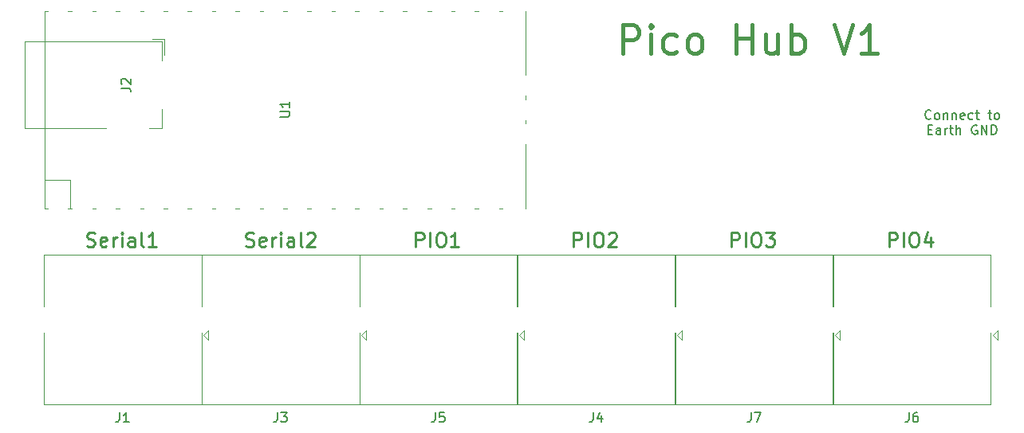
<source format=gto>
%TF.GenerationSoftware,KiCad,Pcbnew,7.0.1*%
%TF.CreationDate,2023-11-21T14:19:22-06:00*%
%TF.ProjectId,Pico Hub V1,5069636f-2048-4756-9220-56312e6b6963,rev?*%
%TF.SameCoordinates,Original*%
%TF.FileFunction,Legend,Top*%
%TF.FilePolarity,Positive*%
%FSLAX46Y46*%
G04 Gerber Fmt 4.6, Leading zero omitted, Abs format (unit mm)*
G04 Created by KiCad (PCBNEW 7.0.1) date 2023-11-21 14:19:22*
%MOMM*%
%LPD*%
G01*
G04 APERTURE LIST*
%ADD10C,0.250000*%
%ADD11C,0.150000*%
%ADD12C,0.400000*%
%ADD13C,0.120000*%
%ADD14C,0.800000*%
%ADD15C,7.400000*%
%ADD16C,3.250000*%
%ADD17R,1.500000X1.500000*%
%ADD18C,1.500000*%
%ADD19C,2.300000*%
%ADD20O,1.700000X1.700000*%
%ADD21R,1.700000X1.700000*%
%ADD22O,4.200000X2.000000*%
%ADD23O,2.000000X4.200000*%
%ADD24R,2.000000X4.600000*%
G04 APERTURE END LIST*
D10*
X118249999Y-99193928D02*
X118249999Y-97693928D01*
X118249999Y-97693928D02*
X118821428Y-97693928D01*
X118821428Y-97693928D02*
X118964285Y-97765357D01*
X118964285Y-97765357D02*
X119035714Y-97836785D01*
X119035714Y-97836785D02*
X119107142Y-97979642D01*
X119107142Y-97979642D02*
X119107142Y-98193928D01*
X119107142Y-98193928D02*
X119035714Y-98336785D01*
X119035714Y-98336785D02*
X118964285Y-98408214D01*
X118964285Y-98408214D02*
X118821428Y-98479642D01*
X118821428Y-98479642D02*
X118249999Y-98479642D01*
X119749999Y-99193928D02*
X119749999Y-97693928D01*
X120750000Y-97693928D02*
X121035714Y-97693928D01*
X121035714Y-97693928D02*
X121178571Y-97765357D01*
X121178571Y-97765357D02*
X121321428Y-97908214D01*
X121321428Y-97908214D02*
X121392857Y-98193928D01*
X121392857Y-98193928D02*
X121392857Y-98693928D01*
X121392857Y-98693928D02*
X121321428Y-98979642D01*
X121321428Y-98979642D02*
X121178571Y-99122500D01*
X121178571Y-99122500D02*
X121035714Y-99193928D01*
X121035714Y-99193928D02*
X120750000Y-99193928D01*
X120750000Y-99193928D02*
X120607143Y-99122500D01*
X120607143Y-99122500D02*
X120464285Y-98979642D01*
X120464285Y-98979642D02*
X120392857Y-98693928D01*
X120392857Y-98693928D02*
X120392857Y-98193928D01*
X120392857Y-98193928D02*
X120464285Y-97908214D01*
X120464285Y-97908214D02*
X120607143Y-97765357D01*
X120607143Y-97765357D02*
X120750000Y-97693928D01*
X122678572Y-98193928D02*
X122678572Y-99193928D01*
X122321429Y-97622500D02*
X121964286Y-98693928D01*
X121964286Y-98693928D02*
X122892857Y-98693928D01*
X101499999Y-99193928D02*
X101499999Y-97693928D01*
X101499999Y-97693928D02*
X102071428Y-97693928D01*
X102071428Y-97693928D02*
X102214285Y-97765357D01*
X102214285Y-97765357D02*
X102285714Y-97836785D01*
X102285714Y-97836785D02*
X102357142Y-97979642D01*
X102357142Y-97979642D02*
X102357142Y-98193928D01*
X102357142Y-98193928D02*
X102285714Y-98336785D01*
X102285714Y-98336785D02*
X102214285Y-98408214D01*
X102214285Y-98408214D02*
X102071428Y-98479642D01*
X102071428Y-98479642D02*
X101499999Y-98479642D01*
X102999999Y-99193928D02*
X102999999Y-97693928D01*
X104000000Y-97693928D02*
X104285714Y-97693928D01*
X104285714Y-97693928D02*
X104428571Y-97765357D01*
X104428571Y-97765357D02*
X104571428Y-97908214D01*
X104571428Y-97908214D02*
X104642857Y-98193928D01*
X104642857Y-98193928D02*
X104642857Y-98693928D01*
X104642857Y-98693928D02*
X104571428Y-98979642D01*
X104571428Y-98979642D02*
X104428571Y-99122500D01*
X104428571Y-99122500D02*
X104285714Y-99193928D01*
X104285714Y-99193928D02*
X104000000Y-99193928D01*
X104000000Y-99193928D02*
X103857143Y-99122500D01*
X103857143Y-99122500D02*
X103714285Y-98979642D01*
X103714285Y-98979642D02*
X103642857Y-98693928D01*
X103642857Y-98693928D02*
X103642857Y-98193928D01*
X103642857Y-98193928D02*
X103714285Y-97908214D01*
X103714285Y-97908214D02*
X103857143Y-97765357D01*
X103857143Y-97765357D02*
X104000000Y-97693928D01*
X105142857Y-97693928D02*
X106071429Y-97693928D01*
X106071429Y-97693928D02*
X105571429Y-98265357D01*
X105571429Y-98265357D02*
X105785714Y-98265357D01*
X105785714Y-98265357D02*
X105928572Y-98336785D01*
X105928572Y-98336785D02*
X106000000Y-98408214D01*
X106000000Y-98408214D02*
X106071429Y-98551071D01*
X106071429Y-98551071D02*
X106071429Y-98908214D01*
X106071429Y-98908214D02*
X106000000Y-99051071D01*
X106000000Y-99051071D02*
X105928572Y-99122500D01*
X105928572Y-99122500D02*
X105785714Y-99193928D01*
X105785714Y-99193928D02*
X105357143Y-99193928D01*
X105357143Y-99193928D02*
X105214286Y-99122500D01*
X105214286Y-99122500D02*
X105142857Y-99051071D01*
X84749999Y-99193928D02*
X84749999Y-97693928D01*
X84749999Y-97693928D02*
X85321428Y-97693928D01*
X85321428Y-97693928D02*
X85464285Y-97765357D01*
X85464285Y-97765357D02*
X85535714Y-97836785D01*
X85535714Y-97836785D02*
X85607142Y-97979642D01*
X85607142Y-97979642D02*
X85607142Y-98193928D01*
X85607142Y-98193928D02*
X85535714Y-98336785D01*
X85535714Y-98336785D02*
X85464285Y-98408214D01*
X85464285Y-98408214D02*
X85321428Y-98479642D01*
X85321428Y-98479642D02*
X84749999Y-98479642D01*
X86249999Y-99193928D02*
X86249999Y-97693928D01*
X87250000Y-97693928D02*
X87535714Y-97693928D01*
X87535714Y-97693928D02*
X87678571Y-97765357D01*
X87678571Y-97765357D02*
X87821428Y-97908214D01*
X87821428Y-97908214D02*
X87892857Y-98193928D01*
X87892857Y-98193928D02*
X87892857Y-98693928D01*
X87892857Y-98693928D02*
X87821428Y-98979642D01*
X87821428Y-98979642D02*
X87678571Y-99122500D01*
X87678571Y-99122500D02*
X87535714Y-99193928D01*
X87535714Y-99193928D02*
X87250000Y-99193928D01*
X87250000Y-99193928D02*
X87107143Y-99122500D01*
X87107143Y-99122500D02*
X86964285Y-98979642D01*
X86964285Y-98979642D02*
X86892857Y-98693928D01*
X86892857Y-98693928D02*
X86892857Y-98193928D01*
X86892857Y-98193928D02*
X86964285Y-97908214D01*
X86964285Y-97908214D02*
X87107143Y-97765357D01*
X87107143Y-97765357D02*
X87250000Y-97693928D01*
X88464286Y-97836785D02*
X88535714Y-97765357D01*
X88535714Y-97765357D02*
X88678572Y-97693928D01*
X88678572Y-97693928D02*
X89035714Y-97693928D01*
X89035714Y-97693928D02*
X89178572Y-97765357D01*
X89178572Y-97765357D02*
X89250000Y-97836785D01*
X89250000Y-97836785D02*
X89321429Y-97979642D01*
X89321429Y-97979642D02*
X89321429Y-98122500D01*
X89321429Y-98122500D02*
X89250000Y-98336785D01*
X89250000Y-98336785D02*
X88392857Y-99193928D01*
X88392857Y-99193928D02*
X89321429Y-99193928D01*
X67999999Y-99193928D02*
X67999999Y-97693928D01*
X67999999Y-97693928D02*
X68571428Y-97693928D01*
X68571428Y-97693928D02*
X68714285Y-97765357D01*
X68714285Y-97765357D02*
X68785714Y-97836785D01*
X68785714Y-97836785D02*
X68857142Y-97979642D01*
X68857142Y-97979642D02*
X68857142Y-98193928D01*
X68857142Y-98193928D02*
X68785714Y-98336785D01*
X68785714Y-98336785D02*
X68714285Y-98408214D01*
X68714285Y-98408214D02*
X68571428Y-98479642D01*
X68571428Y-98479642D02*
X67999999Y-98479642D01*
X69499999Y-99193928D02*
X69499999Y-97693928D01*
X70500000Y-97693928D02*
X70785714Y-97693928D01*
X70785714Y-97693928D02*
X70928571Y-97765357D01*
X70928571Y-97765357D02*
X71071428Y-97908214D01*
X71071428Y-97908214D02*
X71142857Y-98193928D01*
X71142857Y-98193928D02*
X71142857Y-98693928D01*
X71142857Y-98693928D02*
X71071428Y-98979642D01*
X71071428Y-98979642D02*
X70928571Y-99122500D01*
X70928571Y-99122500D02*
X70785714Y-99193928D01*
X70785714Y-99193928D02*
X70500000Y-99193928D01*
X70500000Y-99193928D02*
X70357143Y-99122500D01*
X70357143Y-99122500D02*
X70214285Y-98979642D01*
X70214285Y-98979642D02*
X70142857Y-98693928D01*
X70142857Y-98693928D02*
X70142857Y-98193928D01*
X70142857Y-98193928D02*
X70214285Y-97908214D01*
X70214285Y-97908214D02*
X70357143Y-97765357D01*
X70357143Y-97765357D02*
X70500000Y-97693928D01*
X72571429Y-99193928D02*
X71714286Y-99193928D01*
X72142857Y-99193928D02*
X72142857Y-97693928D01*
X72142857Y-97693928D02*
X72000000Y-97908214D01*
X72000000Y-97908214D02*
X71857143Y-98051071D01*
X71857143Y-98051071D02*
X71714286Y-98122500D01*
X49951429Y-99122500D02*
X50165715Y-99193928D01*
X50165715Y-99193928D02*
X50522857Y-99193928D01*
X50522857Y-99193928D02*
X50665715Y-99122500D01*
X50665715Y-99122500D02*
X50737143Y-99051071D01*
X50737143Y-99051071D02*
X50808572Y-98908214D01*
X50808572Y-98908214D02*
X50808572Y-98765357D01*
X50808572Y-98765357D02*
X50737143Y-98622500D01*
X50737143Y-98622500D02*
X50665715Y-98551071D01*
X50665715Y-98551071D02*
X50522857Y-98479642D01*
X50522857Y-98479642D02*
X50237143Y-98408214D01*
X50237143Y-98408214D02*
X50094286Y-98336785D01*
X50094286Y-98336785D02*
X50022857Y-98265357D01*
X50022857Y-98265357D02*
X49951429Y-98122500D01*
X49951429Y-98122500D02*
X49951429Y-97979642D01*
X49951429Y-97979642D02*
X50022857Y-97836785D01*
X50022857Y-97836785D02*
X50094286Y-97765357D01*
X50094286Y-97765357D02*
X50237143Y-97693928D01*
X50237143Y-97693928D02*
X50594286Y-97693928D01*
X50594286Y-97693928D02*
X50808572Y-97765357D01*
X52022857Y-99122500D02*
X51880000Y-99193928D01*
X51880000Y-99193928D02*
X51594286Y-99193928D01*
X51594286Y-99193928D02*
X51451428Y-99122500D01*
X51451428Y-99122500D02*
X51380000Y-98979642D01*
X51380000Y-98979642D02*
X51380000Y-98408214D01*
X51380000Y-98408214D02*
X51451428Y-98265357D01*
X51451428Y-98265357D02*
X51594286Y-98193928D01*
X51594286Y-98193928D02*
X51880000Y-98193928D01*
X51880000Y-98193928D02*
X52022857Y-98265357D01*
X52022857Y-98265357D02*
X52094286Y-98408214D01*
X52094286Y-98408214D02*
X52094286Y-98551071D01*
X52094286Y-98551071D02*
X51380000Y-98693928D01*
X52737142Y-99193928D02*
X52737142Y-98193928D01*
X52737142Y-98479642D02*
X52808571Y-98336785D01*
X52808571Y-98336785D02*
X52880000Y-98265357D01*
X52880000Y-98265357D02*
X53022857Y-98193928D01*
X53022857Y-98193928D02*
X53165714Y-98193928D01*
X53665713Y-99193928D02*
X53665713Y-98193928D01*
X53665713Y-97693928D02*
X53594285Y-97765357D01*
X53594285Y-97765357D02*
X53665713Y-97836785D01*
X53665713Y-97836785D02*
X53737142Y-97765357D01*
X53737142Y-97765357D02*
X53665713Y-97693928D01*
X53665713Y-97693928D02*
X53665713Y-97836785D01*
X55022857Y-99193928D02*
X55022857Y-98408214D01*
X55022857Y-98408214D02*
X54951428Y-98265357D01*
X54951428Y-98265357D02*
X54808571Y-98193928D01*
X54808571Y-98193928D02*
X54522857Y-98193928D01*
X54522857Y-98193928D02*
X54379999Y-98265357D01*
X55022857Y-99122500D02*
X54879999Y-99193928D01*
X54879999Y-99193928D02*
X54522857Y-99193928D01*
X54522857Y-99193928D02*
X54379999Y-99122500D01*
X54379999Y-99122500D02*
X54308571Y-98979642D01*
X54308571Y-98979642D02*
X54308571Y-98836785D01*
X54308571Y-98836785D02*
X54379999Y-98693928D01*
X54379999Y-98693928D02*
X54522857Y-98622500D01*
X54522857Y-98622500D02*
X54879999Y-98622500D01*
X54879999Y-98622500D02*
X55022857Y-98551071D01*
X55951428Y-99193928D02*
X55808571Y-99122500D01*
X55808571Y-99122500D02*
X55737142Y-98979642D01*
X55737142Y-98979642D02*
X55737142Y-97693928D01*
X56451428Y-97836785D02*
X56522856Y-97765357D01*
X56522856Y-97765357D02*
X56665714Y-97693928D01*
X56665714Y-97693928D02*
X57022856Y-97693928D01*
X57022856Y-97693928D02*
X57165714Y-97765357D01*
X57165714Y-97765357D02*
X57237142Y-97836785D01*
X57237142Y-97836785D02*
X57308571Y-97979642D01*
X57308571Y-97979642D02*
X57308571Y-98122500D01*
X57308571Y-98122500D02*
X57237142Y-98336785D01*
X57237142Y-98336785D02*
X56379999Y-99193928D01*
X56379999Y-99193928D02*
X57308571Y-99193928D01*
X33071429Y-99122500D02*
X33285715Y-99193928D01*
X33285715Y-99193928D02*
X33642857Y-99193928D01*
X33642857Y-99193928D02*
X33785715Y-99122500D01*
X33785715Y-99122500D02*
X33857143Y-99051071D01*
X33857143Y-99051071D02*
X33928572Y-98908214D01*
X33928572Y-98908214D02*
X33928572Y-98765357D01*
X33928572Y-98765357D02*
X33857143Y-98622500D01*
X33857143Y-98622500D02*
X33785715Y-98551071D01*
X33785715Y-98551071D02*
X33642857Y-98479642D01*
X33642857Y-98479642D02*
X33357143Y-98408214D01*
X33357143Y-98408214D02*
X33214286Y-98336785D01*
X33214286Y-98336785D02*
X33142857Y-98265357D01*
X33142857Y-98265357D02*
X33071429Y-98122500D01*
X33071429Y-98122500D02*
X33071429Y-97979642D01*
X33071429Y-97979642D02*
X33142857Y-97836785D01*
X33142857Y-97836785D02*
X33214286Y-97765357D01*
X33214286Y-97765357D02*
X33357143Y-97693928D01*
X33357143Y-97693928D02*
X33714286Y-97693928D01*
X33714286Y-97693928D02*
X33928572Y-97765357D01*
X35142857Y-99122500D02*
X35000000Y-99193928D01*
X35000000Y-99193928D02*
X34714286Y-99193928D01*
X34714286Y-99193928D02*
X34571428Y-99122500D01*
X34571428Y-99122500D02*
X34500000Y-98979642D01*
X34500000Y-98979642D02*
X34500000Y-98408214D01*
X34500000Y-98408214D02*
X34571428Y-98265357D01*
X34571428Y-98265357D02*
X34714286Y-98193928D01*
X34714286Y-98193928D02*
X35000000Y-98193928D01*
X35000000Y-98193928D02*
X35142857Y-98265357D01*
X35142857Y-98265357D02*
X35214286Y-98408214D01*
X35214286Y-98408214D02*
X35214286Y-98551071D01*
X35214286Y-98551071D02*
X34500000Y-98693928D01*
X35857142Y-99193928D02*
X35857142Y-98193928D01*
X35857142Y-98479642D02*
X35928571Y-98336785D01*
X35928571Y-98336785D02*
X36000000Y-98265357D01*
X36000000Y-98265357D02*
X36142857Y-98193928D01*
X36142857Y-98193928D02*
X36285714Y-98193928D01*
X36785713Y-99193928D02*
X36785713Y-98193928D01*
X36785713Y-97693928D02*
X36714285Y-97765357D01*
X36714285Y-97765357D02*
X36785713Y-97836785D01*
X36785713Y-97836785D02*
X36857142Y-97765357D01*
X36857142Y-97765357D02*
X36785713Y-97693928D01*
X36785713Y-97693928D02*
X36785713Y-97836785D01*
X38142857Y-99193928D02*
X38142857Y-98408214D01*
X38142857Y-98408214D02*
X38071428Y-98265357D01*
X38071428Y-98265357D02*
X37928571Y-98193928D01*
X37928571Y-98193928D02*
X37642857Y-98193928D01*
X37642857Y-98193928D02*
X37499999Y-98265357D01*
X38142857Y-99122500D02*
X37999999Y-99193928D01*
X37999999Y-99193928D02*
X37642857Y-99193928D01*
X37642857Y-99193928D02*
X37499999Y-99122500D01*
X37499999Y-99122500D02*
X37428571Y-98979642D01*
X37428571Y-98979642D02*
X37428571Y-98836785D01*
X37428571Y-98836785D02*
X37499999Y-98693928D01*
X37499999Y-98693928D02*
X37642857Y-98622500D01*
X37642857Y-98622500D02*
X37999999Y-98622500D01*
X37999999Y-98622500D02*
X38142857Y-98551071D01*
X39071428Y-99193928D02*
X38928571Y-99122500D01*
X38928571Y-99122500D02*
X38857142Y-98979642D01*
X38857142Y-98979642D02*
X38857142Y-97693928D01*
X40428571Y-99193928D02*
X39571428Y-99193928D01*
X39999999Y-99193928D02*
X39999999Y-97693928D01*
X39999999Y-97693928D02*
X39857142Y-97908214D01*
X39857142Y-97908214D02*
X39714285Y-98051071D01*
X39714285Y-98051071D02*
X39571428Y-98122500D01*
D11*
X122690475Y-85557380D02*
X122642856Y-85605000D01*
X122642856Y-85605000D02*
X122499999Y-85652619D01*
X122499999Y-85652619D02*
X122404761Y-85652619D01*
X122404761Y-85652619D02*
X122261904Y-85605000D01*
X122261904Y-85605000D02*
X122166666Y-85509761D01*
X122166666Y-85509761D02*
X122119047Y-85414523D01*
X122119047Y-85414523D02*
X122071428Y-85224047D01*
X122071428Y-85224047D02*
X122071428Y-85081190D01*
X122071428Y-85081190D02*
X122119047Y-84890714D01*
X122119047Y-84890714D02*
X122166666Y-84795476D01*
X122166666Y-84795476D02*
X122261904Y-84700238D01*
X122261904Y-84700238D02*
X122404761Y-84652619D01*
X122404761Y-84652619D02*
X122499999Y-84652619D01*
X122499999Y-84652619D02*
X122642856Y-84700238D01*
X122642856Y-84700238D02*
X122690475Y-84747857D01*
X123261904Y-85652619D02*
X123166666Y-85605000D01*
X123166666Y-85605000D02*
X123119047Y-85557380D01*
X123119047Y-85557380D02*
X123071428Y-85462142D01*
X123071428Y-85462142D02*
X123071428Y-85176428D01*
X123071428Y-85176428D02*
X123119047Y-85081190D01*
X123119047Y-85081190D02*
X123166666Y-85033571D01*
X123166666Y-85033571D02*
X123261904Y-84985952D01*
X123261904Y-84985952D02*
X123404761Y-84985952D01*
X123404761Y-84985952D02*
X123499999Y-85033571D01*
X123499999Y-85033571D02*
X123547618Y-85081190D01*
X123547618Y-85081190D02*
X123595237Y-85176428D01*
X123595237Y-85176428D02*
X123595237Y-85462142D01*
X123595237Y-85462142D02*
X123547618Y-85557380D01*
X123547618Y-85557380D02*
X123499999Y-85605000D01*
X123499999Y-85605000D02*
X123404761Y-85652619D01*
X123404761Y-85652619D02*
X123261904Y-85652619D01*
X124023809Y-84985952D02*
X124023809Y-85652619D01*
X124023809Y-85081190D02*
X124071428Y-85033571D01*
X124071428Y-85033571D02*
X124166666Y-84985952D01*
X124166666Y-84985952D02*
X124309523Y-84985952D01*
X124309523Y-84985952D02*
X124404761Y-85033571D01*
X124404761Y-85033571D02*
X124452380Y-85128809D01*
X124452380Y-85128809D02*
X124452380Y-85652619D01*
X124928571Y-84985952D02*
X124928571Y-85652619D01*
X124928571Y-85081190D02*
X124976190Y-85033571D01*
X124976190Y-85033571D02*
X125071428Y-84985952D01*
X125071428Y-84985952D02*
X125214285Y-84985952D01*
X125214285Y-84985952D02*
X125309523Y-85033571D01*
X125309523Y-85033571D02*
X125357142Y-85128809D01*
X125357142Y-85128809D02*
X125357142Y-85652619D01*
X126214285Y-85605000D02*
X126119047Y-85652619D01*
X126119047Y-85652619D02*
X125928571Y-85652619D01*
X125928571Y-85652619D02*
X125833333Y-85605000D01*
X125833333Y-85605000D02*
X125785714Y-85509761D01*
X125785714Y-85509761D02*
X125785714Y-85128809D01*
X125785714Y-85128809D02*
X125833333Y-85033571D01*
X125833333Y-85033571D02*
X125928571Y-84985952D01*
X125928571Y-84985952D02*
X126119047Y-84985952D01*
X126119047Y-84985952D02*
X126214285Y-85033571D01*
X126214285Y-85033571D02*
X126261904Y-85128809D01*
X126261904Y-85128809D02*
X126261904Y-85224047D01*
X126261904Y-85224047D02*
X125785714Y-85319285D01*
X127119047Y-85605000D02*
X127023809Y-85652619D01*
X127023809Y-85652619D02*
X126833333Y-85652619D01*
X126833333Y-85652619D02*
X126738095Y-85605000D01*
X126738095Y-85605000D02*
X126690476Y-85557380D01*
X126690476Y-85557380D02*
X126642857Y-85462142D01*
X126642857Y-85462142D02*
X126642857Y-85176428D01*
X126642857Y-85176428D02*
X126690476Y-85081190D01*
X126690476Y-85081190D02*
X126738095Y-85033571D01*
X126738095Y-85033571D02*
X126833333Y-84985952D01*
X126833333Y-84985952D02*
X127023809Y-84985952D01*
X127023809Y-84985952D02*
X127119047Y-85033571D01*
X127404762Y-84985952D02*
X127785714Y-84985952D01*
X127547619Y-84652619D02*
X127547619Y-85509761D01*
X127547619Y-85509761D02*
X127595238Y-85605000D01*
X127595238Y-85605000D02*
X127690476Y-85652619D01*
X127690476Y-85652619D02*
X127785714Y-85652619D01*
X128738096Y-84985952D02*
X129119048Y-84985952D01*
X128880953Y-84652619D02*
X128880953Y-85509761D01*
X128880953Y-85509761D02*
X128928572Y-85605000D01*
X128928572Y-85605000D02*
X129023810Y-85652619D01*
X129023810Y-85652619D02*
X129119048Y-85652619D01*
X129595239Y-85652619D02*
X129500001Y-85605000D01*
X129500001Y-85605000D02*
X129452382Y-85557380D01*
X129452382Y-85557380D02*
X129404763Y-85462142D01*
X129404763Y-85462142D02*
X129404763Y-85176428D01*
X129404763Y-85176428D02*
X129452382Y-85081190D01*
X129452382Y-85081190D02*
X129500001Y-85033571D01*
X129500001Y-85033571D02*
X129595239Y-84985952D01*
X129595239Y-84985952D02*
X129738096Y-84985952D01*
X129738096Y-84985952D02*
X129833334Y-85033571D01*
X129833334Y-85033571D02*
X129880953Y-85081190D01*
X129880953Y-85081190D02*
X129928572Y-85176428D01*
X129928572Y-85176428D02*
X129928572Y-85462142D01*
X129928572Y-85462142D02*
X129880953Y-85557380D01*
X129880953Y-85557380D02*
X129833334Y-85605000D01*
X129833334Y-85605000D02*
X129738096Y-85652619D01*
X129738096Y-85652619D02*
X129595239Y-85652619D01*
X122380952Y-86748809D02*
X122714285Y-86748809D01*
X122857142Y-87272619D02*
X122380952Y-87272619D01*
X122380952Y-87272619D02*
X122380952Y-86272619D01*
X122380952Y-86272619D02*
X122857142Y-86272619D01*
X123714285Y-87272619D02*
X123714285Y-86748809D01*
X123714285Y-86748809D02*
X123666666Y-86653571D01*
X123666666Y-86653571D02*
X123571428Y-86605952D01*
X123571428Y-86605952D02*
X123380952Y-86605952D01*
X123380952Y-86605952D02*
X123285714Y-86653571D01*
X123714285Y-87225000D02*
X123619047Y-87272619D01*
X123619047Y-87272619D02*
X123380952Y-87272619D01*
X123380952Y-87272619D02*
X123285714Y-87225000D01*
X123285714Y-87225000D02*
X123238095Y-87129761D01*
X123238095Y-87129761D02*
X123238095Y-87034523D01*
X123238095Y-87034523D02*
X123285714Y-86939285D01*
X123285714Y-86939285D02*
X123380952Y-86891666D01*
X123380952Y-86891666D02*
X123619047Y-86891666D01*
X123619047Y-86891666D02*
X123714285Y-86844047D01*
X124190476Y-87272619D02*
X124190476Y-86605952D01*
X124190476Y-86796428D02*
X124238095Y-86701190D01*
X124238095Y-86701190D02*
X124285714Y-86653571D01*
X124285714Y-86653571D02*
X124380952Y-86605952D01*
X124380952Y-86605952D02*
X124476190Y-86605952D01*
X124666667Y-86605952D02*
X125047619Y-86605952D01*
X124809524Y-86272619D02*
X124809524Y-87129761D01*
X124809524Y-87129761D02*
X124857143Y-87225000D01*
X124857143Y-87225000D02*
X124952381Y-87272619D01*
X124952381Y-87272619D02*
X125047619Y-87272619D01*
X125380953Y-87272619D02*
X125380953Y-86272619D01*
X125809524Y-87272619D02*
X125809524Y-86748809D01*
X125809524Y-86748809D02*
X125761905Y-86653571D01*
X125761905Y-86653571D02*
X125666667Y-86605952D01*
X125666667Y-86605952D02*
X125523810Y-86605952D01*
X125523810Y-86605952D02*
X125428572Y-86653571D01*
X125428572Y-86653571D02*
X125380953Y-86701190D01*
X127571429Y-86320238D02*
X127476191Y-86272619D01*
X127476191Y-86272619D02*
X127333334Y-86272619D01*
X127333334Y-86272619D02*
X127190477Y-86320238D01*
X127190477Y-86320238D02*
X127095239Y-86415476D01*
X127095239Y-86415476D02*
X127047620Y-86510714D01*
X127047620Y-86510714D02*
X127000001Y-86701190D01*
X127000001Y-86701190D02*
X127000001Y-86844047D01*
X127000001Y-86844047D02*
X127047620Y-87034523D01*
X127047620Y-87034523D02*
X127095239Y-87129761D01*
X127095239Y-87129761D02*
X127190477Y-87225000D01*
X127190477Y-87225000D02*
X127333334Y-87272619D01*
X127333334Y-87272619D02*
X127428572Y-87272619D01*
X127428572Y-87272619D02*
X127571429Y-87225000D01*
X127571429Y-87225000D02*
X127619048Y-87177380D01*
X127619048Y-87177380D02*
X127619048Y-86844047D01*
X127619048Y-86844047D02*
X127428572Y-86844047D01*
X128047620Y-87272619D02*
X128047620Y-86272619D01*
X128047620Y-86272619D02*
X128619048Y-87272619D01*
X128619048Y-87272619D02*
X128619048Y-86272619D01*
X129095239Y-87272619D02*
X129095239Y-86272619D01*
X129095239Y-86272619D02*
X129333334Y-86272619D01*
X129333334Y-86272619D02*
X129476191Y-86320238D01*
X129476191Y-86320238D02*
X129571429Y-86415476D01*
X129571429Y-86415476D02*
X129619048Y-86510714D01*
X129619048Y-86510714D02*
X129666667Y-86701190D01*
X129666667Y-86701190D02*
X129666667Y-86844047D01*
X129666667Y-86844047D02*
X129619048Y-87034523D01*
X129619048Y-87034523D02*
X129571429Y-87129761D01*
X129571429Y-87129761D02*
X129476191Y-87225000D01*
X129476191Y-87225000D02*
X129333334Y-87272619D01*
X129333334Y-87272619D02*
X129095239Y-87272619D01*
D12*
X89964285Y-78632857D02*
X89964285Y-75632857D01*
X89964285Y-75632857D02*
X91107142Y-75632857D01*
X91107142Y-75632857D02*
X91392857Y-75775714D01*
X91392857Y-75775714D02*
X91535714Y-75918571D01*
X91535714Y-75918571D02*
X91678571Y-76204285D01*
X91678571Y-76204285D02*
X91678571Y-76632857D01*
X91678571Y-76632857D02*
X91535714Y-76918571D01*
X91535714Y-76918571D02*
X91392857Y-77061428D01*
X91392857Y-77061428D02*
X91107142Y-77204285D01*
X91107142Y-77204285D02*
X89964285Y-77204285D01*
X92964285Y-78632857D02*
X92964285Y-76632857D01*
X92964285Y-75632857D02*
X92821428Y-75775714D01*
X92821428Y-75775714D02*
X92964285Y-75918571D01*
X92964285Y-75918571D02*
X93107142Y-75775714D01*
X93107142Y-75775714D02*
X92964285Y-75632857D01*
X92964285Y-75632857D02*
X92964285Y-75918571D01*
X95678571Y-78490000D02*
X95392856Y-78632857D01*
X95392856Y-78632857D02*
X94821428Y-78632857D01*
X94821428Y-78632857D02*
X94535713Y-78490000D01*
X94535713Y-78490000D02*
X94392856Y-78347142D01*
X94392856Y-78347142D02*
X94249999Y-78061428D01*
X94249999Y-78061428D02*
X94249999Y-77204285D01*
X94249999Y-77204285D02*
X94392856Y-76918571D01*
X94392856Y-76918571D02*
X94535713Y-76775714D01*
X94535713Y-76775714D02*
X94821428Y-76632857D01*
X94821428Y-76632857D02*
X95392856Y-76632857D01*
X95392856Y-76632857D02*
X95678571Y-76775714D01*
X97392857Y-78632857D02*
X97107142Y-78490000D01*
X97107142Y-78490000D02*
X96964285Y-78347142D01*
X96964285Y-78347142D02*
X96821428Y-78061428D01*
X96821428Y-78061428D02*
X96821428Y-77204285D01*
X96821428Y-77204285D02*
X96964285Y-76918571D01*
X96964285Y-76918571D02*
X97107142Y-76775714D01*
X97107142Y-76775714D02*
X97392857Y-76632857D01*
X97392857Y-76632857D02*
X97821428Y-76632857D01*
X97821428Y-76632857D02*
X98107142Y-76775714D01*
X98107142Y-76775714D02*
X98250000Y-76918571D01*
X98250000Y-76918571D02*
X98392857Y-77204285D01*
X98392857Y-77204285D02*
X98392857Y-78061428D01*
X98392857Y-78061428D02*
X98250000Y-78347142D01*
X98250000Y-78347142D02*
X98107142Y-78490000D01*
X98107142Y-78490000D02*
X97821428Y-78632857D01*
X97821428Y-78632857D02*
X97392857Y-78632857D01*
X101964285Y-78632857D02*
X101964285Y-75632857D01*
X101964285Y-77061428D02*
X103678571Y-77061428D01*
X103678571Y-78632857D02*
X103678571Y-75632857D01*
X106392857Y-76632857D02*
X106392857Y-78632857D01*
X105107142Y-76632857D02*
X105107142Y-78204285D01*
X105107142Y-78204285D02*
X105249999Y-78490000D01*
X105249999Y-78490000D02*
X105535714Y-78632857D01*
X105535714Y-78632857D02*
X105964285Y-78632857D01*
X105964285Y-78632857D02*
X106249999Y-78490000D01*
X106249999Y-78490000D02*
X106392857Y-78347142D01*
X107821428Y-78632857D02*
X107821428Y-75632857D01*
X107821428Y-76775714D02*
X108107143Y-76632857D01*
X108107143Y-76632857D02*
X108678571Y-76632857D01*
X108678571Y-76632857D02*
X108964285Y-76775714D01*
X108964285Y-76775714D02*
X109107143Y-76918571D01*
X109107143Y-76918571D02*
X109250000Y-77204285D01*
X109250000Y-77204285D02*
X109250000Y-78061428D01*
X109250000Y-78061428D02*
X109107143Y-78347142D01*
X109107143Y-78347142D02*
X108964285Y-78490000D01*
X108964285Y-78490000D02*
X108678571Y-78632857D01*
X108678571Y-78632857D02*
X108107143Y-78632857D01*
X108107143Y-78632857D02*
X107821428Y-78490000D01*
X112392857Y-75632857D02*
X113392857Y-78632857D01*
X113392857Y-78632857D02*
X114392857Y-75632857D01*
X116964286Y-78632857D02*
X115250000Y-78632857D01*
X116107143Y-78632857D02*
X116107143Y-75632857D01*
X116107143Y-75632857D02*
X115821429Y-76061428D01*
X115821429Y-76061428D02*
X115535714Y-76347142D01*
X115535714Y-76347142D02*
X115250000Y-76490000D01*
D11*
%TO.C,J1*%
X36536666Y-116852619D02*
X36536666Y-117566904D01*
X36536666Y-117566904D02*
X36489047Y-117709761D01*
X36489047Y-117709761D02*
X36393809Y-117805000D01*
X36393809Y-117805000D02*
X36250952Y-117852619D01*
X36250952Y-117852619D02*
X36155714Y-117852619D01*
X37536666Y-117852619D02*
X36965238Y-117852619D01*
X37250952Y-117852619D02*
X37250952Y-116852619D01*
X37250952Y-116852619D02*
X37155714Y-116995476D01*
X37155714Y-116995476D02*
X37060476Y-117090714D01*
X37060476Y-117090714D02*
X36965238Y-117138333D01*
%TO.C,U1*%
X53592619Y-85371904D02*
X54402142Y-85371904D01*
X54402142Y-85371904D02*
X54497380Y-85324285D01*
X54497380Y-85324285D02*
X54545000Y-85276666D01*
X54545000Y-85276666D02*
X54592619Y-85181428D01*
X54592619Y-85181428D02*
X54592619Y-84990952D01*
X54592619Y-84990952D02*
X54545000Y-84895714D01*
X54545000Y-84895714D02*
X54497380Y-84848095D01*
X54497380Y-84848095D02*
X54402142Y-84800476D01*
X54402142Y-84800476D02*
X53592619Y-84800476D01*
X54592619Y-83800476D02*
X54592619Y-84371904D01*
X54592619Y-84086190D02*
X53592619Y-84086190D01*
X53592619Y-84086190D02*
X53735476Y-84181428D01*
X53735476Y-84181428D02*
X53830714Y-84276666D01*
X53830714Y-84276666D02*
X53878333Y-84371904D01*
%TO.C,J7*%
X103576666Y-116852619D02*
X103576666Y-117566904D01*
X103576666Y-117566904D02*
X103529047Y-117709761D01*
X103529047Y-117709761D02*
X103433809Y-117805000D01*
X103433809Y-117805000D02*
X103290952Y-117852619D01*
X103290952Y-117852619D02*
X103195714Y-117852619D01*
X103957619Y-116852619D02*
X104624285Y-116852619D01*
X104624285Y-116852619D02*
X104195714Y-117852619D01*
%TO.C,J6*%
X120336666Y-116852619D02*
X120336666Y-117566904D01*
X120336666Y-117566904D02*
X120289047Y-117709761D01*
X120289047Y-117709761D02*
X120193809Y-117805000D01*
X120193809Y-117805000D02*
X120050952Y-117852619D01*
X120050952Y-117852619D02*
X119955714Y-117852619D01*
X121241428Y-116852619D02*
X121050952Y-116852619D01*
X121050952Y-116852619D02*
X120955714Y-116900238D01*
X120955714Y-116900238D02*
X120908095Y-116947857D01*
X120908095Y-116947857D02*
X120812857Y-117090714D01*
X120812857Y-117090714D02*
X120765238Y-117281190D01*
X120765238Y-117281190D02*
X120765238Y-117662142D01*
X120765238Y-117662142D02*
X120812857Y-117757380D01*
X120812857Y-117757380D02*
X120860476Y-117805000D01*
X120860476Y-117805000D02*
X120955714Y-117852619D01*
X120955714Y-117852619D02*
X121146190Y-117852619D01*
X121146190Y-117852619D02*
X121241428Y-117805000D01*
X121241428Y-117805000D02*
X121289047Y-117757380D01*
X121289047Y-117757380D02*
X121336666Y-117662142D01*
X121336666Y-117662142D02*
X121336666Y-117424047D01*
X121336666Y-117424047D02*
X121289047Y-117328809D01*
X121289047Y-117328809D02*
X121241428Y-117281190D01*
X121241428Y-117281190D02*
X121146190Y-117233571D01*
X121146190Y-117233571D02*
X120955714Y-117233571D01*
X120955714Y-117233571D02*
X120860476Y-117281190D01*
X120860476Y-117281190D02*
X120812857Y-117328809D01*
X120812857Y-117328809D02*
X120765238Y-117424047D01*
%TO.C,J5*%
X70056666Y-116852619D02*
X70056666Y-117566904D01*
X70056666Y-117566904D02*
X70009047Y-117709761D01*
X70009047Y-117709761D02*
X69913809Y-117805000D01*
X69913809Y-117805000D02*
X69770952Y-117852619D01*
X69770952Y-117852619D02*
X69675714Y-117852619D01*
X71009047Y-116852619D02*
X70532857Y-116852619D01*
X70532857Y-116852619D02*
X70485238Y-117328809D01*
X70485238Y-117328809D02*
X70532857Y-117281190D01*
X70532857Y-117281190D02*
X70628095Y-117233571D01*
X70628095Y-117233571D02*
X70866190Y-117233571D01*
X70866190Y-117233571D02*
X70961428Y-117281190D01*
X70961428Y-117281190D02*
X71009047Y-117328809D01*
X71009047Y-117328809D02*
X71056666Y-117424047D01*
X71056666Y-117424047D02*
X71056666Y-117662142D01*
X71056666Y-117662142D02*
X71009047Y-117757380D01*
X71009047Y-117757380D02*
X70961428Y-117805000D01*
X70961428Y-117805000D02*
X70866190Y-117852619D01*
X70866190Y-117852619D02*
X70628095Y-117852619D01*
X70628095Y-117852619D02*
X70532857Y-117805000D01*
X70532857Y-117805000D02*
X70485238Y-117757380D01*
%TO.C,J4*%
X86816666Y-116852619D02*
X86816666Y-117566904D01*
X86816666Y-117566904D02*
X86769047Y-117709761D01*
X86769047Y-117709761D02*
X86673809Y-117805000D01*
X86673809Y-117805000D02*
X86530952Y-117852619D01*
X86530952Y-117852619D02*
X86435714Y-117852619D01*
X87721428Y-117185952D02*
X87721428Y-117852619D01*
X87483333Y-116805000D02*
X87245238Y-117519285D01*
X87245238Y-117519285D02*
X87864285Y-117519285D01*
%TO.C,J3*%
X53296666Y-116852619D02*
X53296666Y-117566904D01*
X53296666Y-117566904D02*
X53249047Y-117709761D01*
X53249047Y-117709761D02*
X53153809Y-117805000D01*
X53153809Y-117805000D02*
X53010952Y-117852619D01*
X53010952Y-117852619D02*
X52915714Y-117852619D01*
X53677619Y-116852619D02*
X54296666Y-116852619D01*
X54296666Y-116852619D02*
X53963333Y-117233571D01*
X53963333Y-117233571D02*
X54106190Y-117233571D01*
X54106190Y-117233571D02*
X54201428Y-117281190D01*
X54201428Y-117281190D02*
X54249047Y-117328809D01*
X54249047Y-117328809D02*
X54296666Y-117424047D01*
X54296666Y-117424047D02*
X54296666Y-117662142D01*
X54296666Y-117662142D02*
X54249047Y-117757380D01*
X54249047Y-117757380D02*
X54201428Y-117805000D01*
X54201428Y-117805000D02*
X54106190Y-117852619D01*
X54106190Y-117852619D02*
X53820476Y-117852619D01*
X53820476Y-117852619D02*
X53725238Y-117805000D01*
X53725238Y-117805000D02*
X53677619Y-117757380D01*
%TO.C,J2*%
X36712619Y-82333333D02*
X37426904Y-82333333D01*
X37426904Y-82333333D02*
X37569761Y-82380952D01*
X37569761Y-82380952D02*
X37665000Y-82476190D01*
X37665000Y-82476190D02*
X37712619Y-82619047D01*
X37712619Y-82619047D02*
X37712619Y-82714285D01*
X36807857Y-81904761D02*
X36760238Y-81857142D01*
X36760238Y-81857142D02*
X36712619Y-81761904D01*
X36712619Y-81761904D02*
X36712619Y-81523809D01*
X36712619Y-81523809D02*
X36760238Y-81428571D01*
X36760238Y-81428571D02*
X36807857Y-81380952D01*
X36807857Y-81380952D02*
X36903095Y-81333333D01*
X36903095Y-81333333D02*
X36998333Y-81333333D01*
X36998333Y-81333333D02*
X37141190Y-81380952D01*
X37141190Y-81380952D02*
X37712619Y-81952380D01*
X37712619Y-81952380D02*
X37712619Y-81333333D01*
D13*
%TO.C,J1*%
X45235000Y-100030000D02*
X28505000Y-100030000D01*
X45235000Y-116000000D02*
X28505000Y-116000000D01*
X28505000Y-116000000D02*
X28505000Y-108390000D01*
X45930000Y-109090000D02*
X45430000Y-108590000D01*
X45430000Y-108590000D02*
X45930000Y-108090000D01*
X45235000Y-100030000D02*
X45235000Y-105590000D01*
X45930000Y-108090000D02*
X45930000Y-109090000D01*
X28505000Y-100030000D02*
X28505000Y-105590000D01*
X45235000Y-116000000D02*
X45235000Y-108390000D01*
%TO.C,U1*%
X28630000Y-95110000D02*
X28930000Y-95110000D01*
X28630000Y-95110000D02*
X28630000Y-74110000D01*
X31030000Y-95110000D02*
X31430000Y-95110000D01*
X31297000Y-95110000D02*
X31297000Y-92103000D01*
X33630000Y-95110000D02*
X34030000Y-95110000D01*
X36130000Y-95110000D02*
X36530000Y-95110000D01*
X38730000Y-95110000D02*
X39130000Y-95110000D01*
X41230000Y-95110000D02*
X41630000Y-95110000D01*
X43730000Y-95110000D02*
X44130000Y-95110000D01*
X46330000Y-95110000D02*
X46730000Y-95110000D01*
X48830000Y-95110000D02*
X49230000Y-95110000D01*
X51430000Y-95110000D02*
X51830000Y-95110000D01*
X53930000Y-95110000D02*
X54330000Y-95110000D01*
X56430000Y-95110000D02*
X56830000Y-95110000D01*
X59030000Y-95110000D02*
X59430000Y-95110000D01*
X61530000Y-95110000D02*
X61930000Y-95110000D01*
X64130000Y-95110000D02*
X64530000Y-95110000D01*
X66630000Y-95110000D02*
X67030000Y-95110000D01*
X69230000Y-95110000D02*
X69630000Y-95110000D01*
X71730000Y-95110000D02*
X72130000Y-95110000D01*
X74230000Y-95110000D02*
X74630000Y-95110000D01*
X76830000Y-95110000D02*
X77230000Y-95110000D01*
X31297000Y-92103000D02*
X28630000Y-92103000D01*
X79630000Y-88310000D02*
X79630000Y-95110000D01*
X79630000Y-86110000D02*
X79630000Y-85710000D01*
X79630000Y-83510000D02*
X79630000Y-83110000D01*
X28630000Y-74110000D02*
X28930000Y-74110000D01*
X31030000Y-74110000D02*
X31430000Y-74110000D01*
X33630000Y-74110000D02*
X34030000Y-74110000D01*
X36130000Y-74110000D02*
X36530000Y-74110000D01*
X38730000Y-74110000D02*
X39130000Y-74110000D01*
X41230000Y-74110000D02*
X41630000Y-74110000D01*
X43730000Y-74110000D02*
X44130000Y-74110000D01*
X46330000Y-74110000D02*
X46730000Y-74110000D01*
X48830000Y-74110000D02*
X49230000Y-74110000D01*
X51430000Y-74110000D02*
X51830000Y-74110000D01*
X53930000Y-74110000D02*
X54330000Y-74110000D01*
X56430000Y-74110000D02*
X56830000Y-74110000D01*
X59030000Y-74110000D02*
X59430000Y-74110000D01*
X61530000Y-74110000D02*
X61930000Y-74110000D01*
X64130000Y-74110000D02*
X64530000Y-74110000D01*
X66630000Y-74110000D02*
X67030000Y-74110000D01*
X69230000Y-74110000D02*
X69630000Y-74110000D01*
X71730000Y-74110000D02*
X72130000Y-74110000D01*
X74230000Y-74110000D02*
X74630000Y-74110000D01*
X76830000Y-74110000D02*
X77230000Y-74110000D01*
X79630000Y-74110000D02*
X79630000Y-80910000D01*
%TO.C,J7*%
X112275000Y-100030000D02*
X95545000Y-100030000D01*
X112275000Y-116000000D02*
X95545000Y-116000000D01*
X95545000Y-116000000D02*
X95545000Y-108390000D01*
X112970000Y-109090000D02*
X112470000Y-108590000D01*
X112470000Y-108590000D02*
X112970000Y-108090000D01*
X112275000Y-100030000D02*
X112275000Y-105590000D01*
X112970000Y-108090000D02*
X112970000Y-109090000D01*
X95545000Y-100030000D02*
X95545000Y-105590000D01*
X112275000Y-116000000D02*
X112275000Y-108390000D01*
%TO.C,J6*%
X129035000Y-116000000D02*
X129035000Y-108390000D01*
X112305000Y-100030000D02*
X112305000Y-105590000D01*
X129730000Y-108090000D02*
X129730000Y-109090000D01*
X129035000Y-100030000D02*
X129035000Y-105590000D01*
X129230000Y-108590000D02*
X129730000Y-108090000D01*
X129730000Y-109090000D02*
X129230000Y-108590000D01*
X112305000Y-116000000D02*
X112305000Y-108390000D01*
X129035000Y-116000000D02*
X112305000Y-116000000D01*
X129035000Y-100030000D02*
X112305000Y-100030000D01*
%TO.C,J5*%
X78755000Y-116000000D02*
X78755000Y-108390000D01*
X62025000Y-100030000D02*
X62025000Y-105590000D01*
X79450000Y-108090000D02*
X79450000Y-109090000D01*
X78755000Y-100030000D02*
X78755000Y-105590000D01*
X78950000Y-108590000D02*
X79450000Y-108090000D01*
X79450000Y-109090000D02*
X78950000Y-108590000D01*
X62025000Y-116000000D02*
X62025000Y-108390000D01*
X78755000Y-116000000D02*
X62025000Y-116000000D01*
X78755000Y-100030000D02*
X62025000Y-100030000D01*
%TO.C,J4*%
X95515000Y-116000000D02*
X95515000Y-108390000D01*
X78785000Y-100030000D02*
X78785000Y-105590000D01*
X96210000Y-108090000D02*
X96210000Y-109090000D01*
X95515000Y-100030000D02*
X95515000Y-105590000D01*
X95710000Y-108590000D02*
X96210000Y-108090000D01*
X96210000Y-109090000D02*
X95710000Y-108590000D01*
X78785000Y-116000000D02*
X78785000Y-108390000D01*
X95515000Y-116000000D02*
X78785000Y-116000000D01*
X95515000Y-100030000D02*
X78785000Y-100030000D01*
%TO.C,J3*%
X61995000Y-100030000D02*
X45265000Y-100030000D01*
X61995000Y-116000000D02*
X45265000Y-116000000D01*
X45265000Y-116000000D02*
X45265000Y-108390000D01*
X62690000Y-109090000D02*
X62190000Y-108590000D01*
X62190000Y-108590000D02*
X62690000Y-108090000D01*
X61995000Y-100030000D02*
X61995000Y-105590000D01*
X62690000Y-108090000D02*
X62690000Y-109090000D01*
X45265000Y-100030000D02*
X45265000Y-105590000D01*
X61995000Y-116000000D02*
X61995000Y-108390000D01*
%TO.C,J2*%
X41300000Y-77100000D02*
X40000000Y-77100000D01*
X41000000Y-77400000D02*
X41000000Y-79400000D01*
X26500000Y-86600000D02*
X26500000Y-77400000D01*
X41300000Y-78800000D02*
X41300000Y-77100000D01*
X41000000Y-86600000D02*
X39700000Y-86600000D01*
X41000000Y-84600000D02*
X41000000Y-86600000D01*
X26500000Y-77400000D02*
X41000000Y-77400000D01*
X35100000Y-86600000D02*
X26500000Y-86600000D01*
%TD*%
%LPC*%
D14*
%TO.C,H1*%
X123225000Y-80000000D03*
D15*
X126000000Y-80000000D03*
D14*
X126000000Y-77225000D03*
X124037779Y-78037779D03*
X124037779Y-81962221D03*
X126000000Y-82775000D03*
X127962221Y-81962221D03*
X128775000Y-80000000D03*
X127962221Y-78037779D03*
%TD*%
D16*
%TO.C,J1*%
X30520000Y-110430000D03*
X43220000Y-110430000D03*
D17*
X40430000Y-107890000D03*
D18*
X39414000Y-106110000D03*
X38398000Y-107890000D03*
X37382000Y-106110000D03*
X36366000Y-107890000D03*
X35350000Y-106110000D03*
X34334000Y-107890000D03*
X33318000Y-106110000D03*
X43730000Y-101290000D03*
X41440000Y-101290000D03*
X32300000Y-101290000D03*
X30010000Y-101290000D03*
D19*
X28740000Y-107000000D03*
%TD*%
D20*
%TO.C,U1*%
X30000000Y-93500000D03*
X32540000Y-93500000D03*
D21*
X35080000Y-93500000D03*
D20*
X37620000Y-93500000D03*
X40160000Y-93500000D03*
X42700000Y-93500000D03*
X45240000Y-93500000D03*
D21*
X47780000Y-93500000D03*
D20*
X50320000Y-93500000D03*
X52860000Y-93500000D03*
X55400000Y-93500000D03*
X57940000Y-93500000D03*
D21*
X60480000Y-93500000D03*
D20*
X63020000Y-93500000D03*
X65560000Y-93500000D03*
X68100000Y-93500000D03*
X70640000Y-93500000D03*
D21*
X73180000Y-93500000D03*
D20*
X75720000Y-93500000D03*
X78260000Y-93500000D03*
X78260000Y-75720000D03*
X75720000Y-75720000D03*
D21*
X73180000Y-75720000D03*
D20*
X70640000Y-75720000D03*
X68100000Y-75720000D03*
X65560000Y-75720000D03*
X63020000Y-75720000D03*
D21*
X60480000Y-75720000D03*
D20*
X57940000Y-75720000D03*
X55400000Y-75720000D03*
X52860000Y-75720000D03*
X50320000Y-75720000D03*
D21*
X47780000Y-75720000D03*
D20*
X45240000Y-75720000D03*
X42700000Y-75720000D03*
X40160000Y-75720000D03*
X37620000Y-75720000D03*
D21*
X35080000Y-75720000D03*
D20*
X32540000Y-75720000D03*
X30000000Y-75720000D03*
%TD*%
D16*
%TO.C,J7*%
X97560000Y-110430000D03*
X110260000Y-110430000D03*
D17*
X107470000Y-107890000D03*
D18*
X106454000Y-106110000D03*
X105438000Y-107890000D03*
X104422000Y-106110000D03*
X103406000Y-107890000D03*
X102390000Y-106110000D03*
X101374000Y-107890000D03*
X100358000Y-106110000D03*
X110770000Y-101290000D03*
X108480000Y-101290000D03*
X99340000Y-101290000D03*
X97050000Y-101290000D03*
D19*
X95530000Y-107000000D03*
%TD*%
%TO.C,J6*%
X112290000Y-107000000D03*
X128800000Y-107000000D03*
D18*
X113810000Y-101290000D03*
X116100000Y-101290000D03*
X125240000Y-101290000D03*
X127530000Y-101290000D03*
X117118000Y-106110000D03*
X118134000Y-107890000D03*
X119150000Y-106110000D03*
X120166000Y-107890000D03*
X121182000Y-106110000D03*
X122198000Y-107890000D03*
X123214000Y-106110000D03*
D17*
X124230000Y-107890000D03*
D16*
X127020000Y-110430000D03*
X114320000Y-110430000D03*
%TD*%
D19*
%TO.C,J5*%
X62010000Y-107000000D03*
D18*
X63530000Y-101290000D03*
X65820000Y-101290000D03*
X74960000Y-101290000D03*
X77250000Y-101290000D03*
X66838000Y-106110000D03*
X67854000Y-107890000D03*
X68870000Y-106110000D03*
X69886000Y-107890000D03*
X70902000Y-106110000D03*
X71918000Y-107890000D03*
X72934000Y-106110000D03*
D17*
X73950000Y-107890000D03*
D16*
X76740000Y-110430000D03*
X64040000Y-110430000D03*
%TD*%
D19*
%TO.C,J4*%
X78770000Y-107000000D03*
D18*
X80290000Y-101290000D03*
X82580000Y-101290000D03*
X91720000Y-101290000D03*
X94010000Y-101290000D03*
X83598000Y-106110000D03*
X84614000Y-107890000D03*
X85630000Y-106110000D03*
X86646000Y-107890000D03*
X87662000Y-106110000D03*
X88678000Y-107890000D03*
X89694000Y-106110000D03*
D17*
X90710000Y-107890000D03*
D16*
X93500000Y-110430000D03*
X80800000Y-110430000D03*
%TD*%
%TO.C,J3*%
X47280000Y-110430000D03*
X59980000Y-110430000D03*
D17*
X57190000Y-107890000D03*
D18*
X56174000Y-106110000D03*
X55158000Y-107890000D03*
X54142000Y-106110000D03*
X53126000Y-107890000D03*
X52110000Y-106110000D03*
X51094000Y-107890000D03*
X50078000Y-106110000D03*
X60490000Y-101290000D03*
X58200000Y-101290000D03*
X49060000Y-101290000D03*
X46770000Y-101290000D03*
D19*
X45250000Y-107000000D03*
%TD*%
D22*
%TO.C,J2*%
X37400000Y-86800000D03*
D23*
X34000000Y-82000000D03*
D24*
X40300000Y-82000000D03*
%TD*%
M02*

</source>
